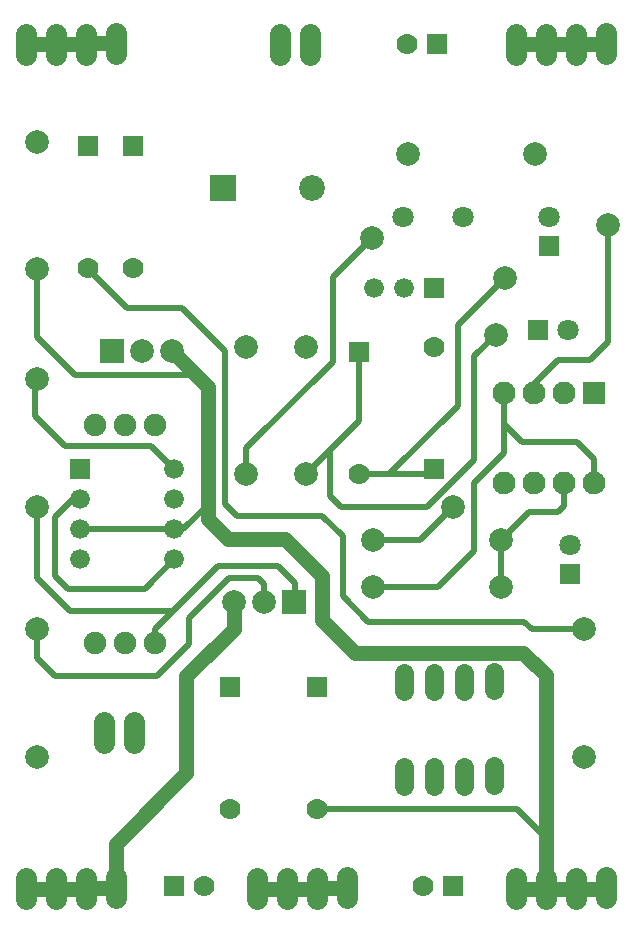
<source format=gbr>
G04 EAGLE Gerber RS-274X export*
G75*
%MOMM*%
%FSLAX34Y34*%
%LPD*%
%INTop Copper*%
%IPPOS*%
%AMOC8*
5,1,8,0,0,1.08239X$1,22.5*%
G01*
G04 Define Apertures*
%ADD10R,1.800000X1.800000*%
%ADD11C,1.800000*%
%ADD12R,1.778000X1.778000*%
%ADD13C,1.778000*%
%ADD14C,2.000000*%
%ADD15R,1.930400X1.930400*%
%ADD16C,1.930400*%
%ADD17R,2.184400X2.184400*%
%ADD18C,2.184400*%
%ADD19R,2.010000X2.010000*%
%ADD20C,2.010000*%
%ADD21C,1.900000*%
%ADD22R,1.676400X1.676400*%
%ADD23C,1.676400*%
%ADD24C,1.778000*%
%ADD25C,1.590000*%
%ADD26C,1.300000*%
%ADD27C,0.500000*%
D10*
X490800Y301400D03*
D11*
X490800Y326400D03*
D10*
X473000Y579200D03*
D11*
X473000Y604200D03*
D10*
X463875Y508000D03*
D11*
X488875Y508000D03*
D12*
X375800Y390450D03*
D13*
X375800Y494050D03*
D12*
X311900Y489550D03*
D13*
X311900Y385950D03*
D14*
X324500Y330200D03*
X432700Y330200D03*
X432700Y290300D03*
X324500Y290300D03*
X40000Y146350D03*
X40000Y254550D03*
D15*
X511100Y455200D03*
D16*
X485700Y455200D03*
X460300Y455200D03*
X434900Y455200D03*
X434900Y379000D03*
X460300Y379000D03*
X485700Y379000D03*
X511100Y379000D03*
D11*
X400400Y604000D03*
X349600Y604000D03*
D17*
X197500Y628000D03*
D18*
X272500Y628000D03*
D19*
X103000Y490000D03*
D20*
X128400Y490000D03*
X153800Y490000D03*
D19*
X257000Y278000D03*
D20*
X231600Y278000D03*
X206200Y278000D03*
D21*
X139774Y428000D03*
X114374Y428000D03*
X88974Y428000D03*
X139774Y243000D03*
X114374Y243000D03*
X88974Y243000D03*
D22*
X76300Y390100D03*
D23*
X76300Y364700D03*
X76300Y339300D03*
X76300Y313900D03*
X155700Y313900D03*
X155700Y339300D03*
X155700Y364700D03*
X155700Y390100D03*
D22*
X375400Y544000D03*
D23*
X350000Y544000D03*
X324600Y544000D03*
D12*
X203000Y205800D03*
D13*
X203000Y102200D03*
D12*
X277000Y205800D03*
D13*
X277000Y102200D03*
D14*
X40000Y667600D03*
X40000Y559400D03*
X217000Y494100D03*
X217000Y385900D03*
X267000Y385900D03*
X267000Y494100D03*
X40000Y466600D03*
X40000Y358400D03*
D12*
X83000Y664050D03*
D13*
X83000Y560450D03*
D12*
X121000Y663800D03*
D13*
X121000Y560200D03*
D14*
X353400Y657000D03*
X461600Y657000D03*
X503000Y146350D03*
X503000Y254550D03*
D24*
X96300Y175890D02*
X96300Y158110D01*
X121700Y158110D02*
X121700Y175890D01*
X30000Y43890D02*
X30000Y26110D01*
X55400Y26110D02*
X55400Y43890D01*
X80800Y43890D02*
X80800Y26110D01*
X106200Y27110D02*
X106200Y44890D01*
X445000Y43890D02*
X445000Y26110D01*
X470400Y26110D02*
X470400Y43890D01*
X495800Y43890D02*
X495800Y26110D01*
X521200Y27110D02*
X521200Y44890D01*
X226000Y43890D02*
X226000Y26110D01*
X251400Y26110D02*
X251400Y43890D01*
X276800Y43890D02*
X276800Y26110D01*
X302200Y27110D02*
X302200Y44890D01*
X271048Y741110D02*
X271048Y758890D01*
X245648Y758890D02*
X245648Y741110D01*
X30000Y741110D02*
X30000Y758890D01*
X55400Y758890D02*
X55400Y741110D01*
X80800Y741110D02*
X80800Y758890D01*
X106200Y759890D02*
X106200Y742110D01*
X445000Y741110D02*
X445000Y758890D01*
X470400Y758890D02*
X470400Y741110D01*
X495800Y741110D02*
X495800Y758890D01*
X521200Y759890D02*
X521200Y742110D01*
D12*
X391700Y37500D03*
D13*
X366300Y37500D03*
D12*
X378700Y750000D03*
D13*
X353300Y750000D03*
D12*
X155300Y37500D03*
D13*
X180700Y37500D03*
D25*
X350000Y122050D02*
X350000Y137950D01*
X375400Y137950D02*
X375400Y122050D01*
X400800Y122050D02*
X400800Y137950D01*
X426200Y138950D02*
X426200Y123050D01*
X350000Y202050D02*
X350000Y217950D01*
X375400Y217950D02*
X375400Y202050D01*
X400800Y202050D02*
X400800Y217950D01*
X426200Y218950D02*
X426200Y203050D01*
D26*
X106200Y73200D02*
X106200Y36000D01*
X106200Y73200D02*
X166000Y133000D01*
X166000Y214800D01*
X206200Y255000D02*
X206200Y278000D01*
X206200Y255000D02*
X166000Y214800D01*
X106200Y36000D02*
X81800Y36000D01*
X80800Y35000D01*
X55400Y35000D01*
X30000Y35000D01*
X172400Y471400D02*
X153800Y490000D01*
X172400Y471400D02*
X184000Y459800D01*
X184000Y360000D01*
X184000Y348000D01*
X201000Y331000D01*
X250000Y331000D01*
X281000Y300000D01*
X309000Y235000D02*
X451000Y235000D01*
X470400Y215600D01*
X470400Y78000D01*
X470400Y35000D01*
D27*
X446200Y102200D02*
X277000Y102200D01*
X446200Y102200D02*
X470400Y78000D01*
X155700Y339300D02*
X76300Y339300D01*
X155700Y339300D02*
X163300Y339300D01*
X184000Y360000D01*
X40000Y502000D02*
X40000Y559400D01*
X40000Y502000D02*
X72000Y470000D01*
X171000Y470000D01*
X172400Y471400D01*
D26*
X281000Y263000D02*
X309000Y235000D01*
X281000Y263000D02*
X281000Y300000D01*
X445000Y35000D02*
X470400Y35000D01*
X495800Y35000D01*
X520200Y35000D01*
X521200Y36000D01*
X251400Y35000D02*
X226000Y35000D01*
X251400Y35000D02*
X276800Y35000D01*
X277800Y36000D01*
X302200Y36000D01*
X520200Y750000D02*
X521200Y751000D01*
X520200Y750000D02*
X495800Y750000D01*
X470400Y750000D01*
X445000Y750000D01*
X55400Y750000D02*
X30000Y750000D01*
X55400Y750000D02*
X80800Y750000D01*
X81800Y751000D01*
X106200Y751000D01*
D27*
X324500Y330200D02*
X364200Y330200D01*
X392000Y358000D01*
D14*
X392000Y358000D03*
D27*
X432700Y330200D02*
X432700Y290300D01*
X432700Y330200D02*
X456500Y354000D01*
X481000Y354000D01*
X485700Y358700D01*
X485700Y379000D01*
X460300Y455200D02*
X460300Y462300D01*
X481000Y483000D01*
X508000Y483000D01*
X523000Y498000D01*
X523000Y597000D01*
D14*
X523000Y597000D03*
D27*
X338000Y385950D02*
X311900Y385950D01*
X338000Y385950D02*
X371300Y385950D01*
X375800Y390450D01*
X338000Y385950D02*
X396000Y443950D01*
X396000Y512000D01*
X436000Y552000D01*
D14*
X436000Y552000D03*
D27*
X155700Y390100D02*
X135800Y410000D01*
X63000Y410000D01*
X38000Y435000D01*
X38000Y464600D01*
X40000Y466600D01*
X267000Y385900D02*
X287550Y406450D01*
X311900Y430800D01*
X311900Y489550D01*
D14*
X428000Y504000D03*
D27*
X410000Y486000D01*
X287550Y367450D02*
X297000Y358000D01*
X287550Y367450D02*
X287550Y406450D01*
X410000Y398226D02*
X410000Y486000D01*
X369774Y358000D02*
X297000Y358000D01*
X369774Y358000D02*
X410000Y398226D01*
X434900Y428200D02*
X434900Y455200D01*
X434900Y428200D02*
X450100Y413000D01*
X497000Y413000D01*
X511100Y398900D01*
X511100Y379000D01*
X434900Y403900D02*
X434900Y428200D01*
X434900Y403900D02*
X410000Y379000D01*
X410000Y321000D01*
X379300Y290300D01*
X324500Y290300D01*
X155700Y313900D02*
X130800Y289000D01*
X66000Y289000D01*
X55000Y300000D01*
X55000Y350000D01*
X69700Y364700D01*
X76300Y364700D01*
X217000Y385900D02*
X217000Y408000D01*
X290000Y481000D01*
D14*
X323000Y586000D03*
D27*
X290000Y553000D01*
X290000Y481000D01*
X192774Y308000D02*
X154887Y270113D01*
X139774Y255000D01*
X139774Y243000D01*
X192774Y308000D02*
X244000Y308000D01*
X258000Y294000D01*
X258000Y279000D01*
X257000Y278000D01*
X40000Y298000D02*
X40000Y358400D01*
X40000Y298000D02*
X67887Y270113D01*
X154887Y270113D01*
X40000Y254550D02*
X40000Y230000D01*
X55000Y215000D01*
X141000Y215000D01*
X168476Y242476D01*
X168476Y264180D01*
X202370Y298074D01*
X226926Y298074D01*
X231600Y293400D01*
X231600Y278000D01*
X458450Y254550D02*
X503000Y254550D01*
X458450Y254550D02*
X452000Y261000D01*
X320000Y261000D01*
X298500Y282500D01*
X209000Y351000D02*
X199000Y361000D01*
X199000Y490000D01*
X162000Y527000D01*
X116000Y527000D01*
X83000Y560000D01*
X83000Y560450D01*
X209000Y351000D02*
X281000Y351000D01*
X298500Y333500D01*
X298500Y282500D01*
M02*

</source>
